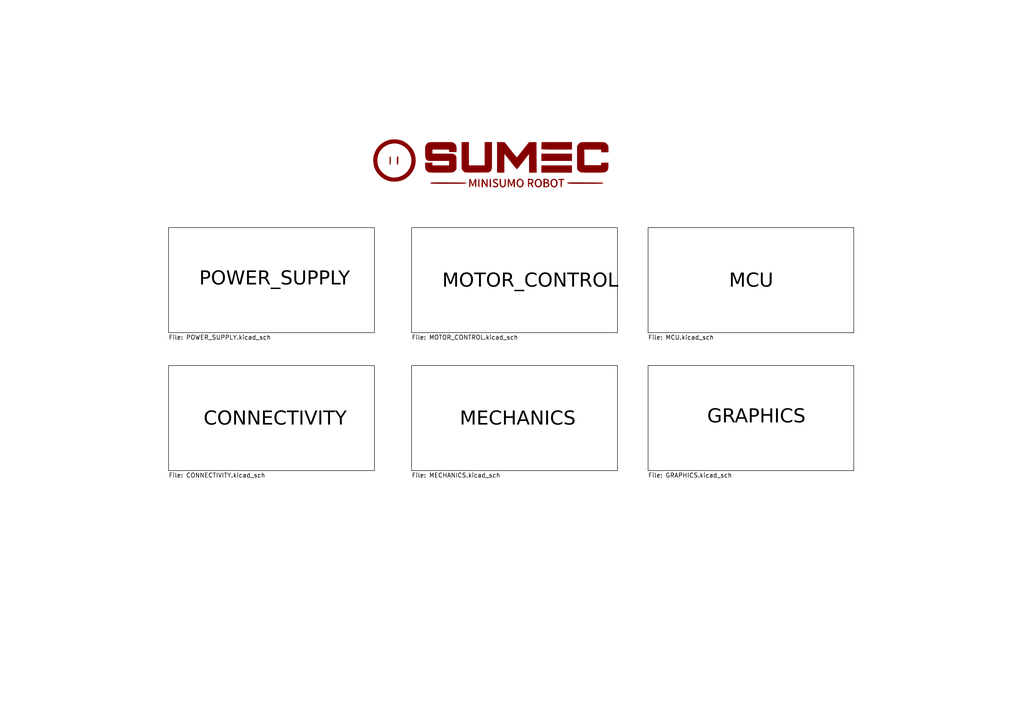
<source format=kicad_sch>
(kicad_sch (version 20250114) (generator "eeschema") (generator_version "9.0")
  (paper "A4")
  (title_block (title "SUMEC_MK_IV") (date "2024-08-05") (rev "v3.0.9") (company "SPS NA PROSEKU") (comment 1 "Made in Prague, Czech Republic") (comment 2 "CONTACT: Savva Popov, savva.popov.sp@gmail.com, +420 605 570 366") (comment 3 "Made by bismarx-v1") (comment 4 "SUMEC MK IV aka SMD-V3 board"))
  (lib_symbols
    (symbol "sumec_sch_lib:LOGO SMALL" (pin_names (offset 1.016))
      (symbol "LOGO SMALL_0_0"
        (polyline (pts (xy -27.7929 0.5106) (xy -27.7475 0.5542) (xy -27.7167 0.67) (xy -27.6979 0.8822) (xy -27.6886 1.2153) (xy -27.686 1.6933) (xy -27.6863 1.8811) (xy -27.691 2.3049) (xy -27.7034 2.5923) (xy -27.7261 2.7676) (xy -27.7618 2.8549) (xy -27.813 2.8786) (xy -27.8331 2.876) (xy -27.8785 2.8325) (xy -27.9093 2.7167) (xy -27.9281 2.5044) (xy -27.9375 2.1714) (xy -27.94 1.6933) (xy -27.9397 1.5055) (xy -27.9351 1.0817) (xy -27.9227 0.7943) (xy -27.8999 0.6191) (xy -27.8642 0.5317) (xy -27.813 0.508) (xy -27.7929 0.5106)) (stroke (width 0.01)) (fill (type outline)))
        (polyline (pts (xy -25.81 -4.3389) (xy -24.9594 -4.1801) (xy -24.1769 -3.9211) (xy -24.0688 -3.8743) (xy -23.2148 -3.4069) (xy -22.4547 -2.8149) (xy -21.7992 -2.1165) (xy -21.2591 -1.3299) (xy -20.8453 -0.4733) (xy -20.5684 0.4352) (xy -20.4392 1.3774) (xy -20.4686 2.335) (xy -20.5659 2.9603) (xy -20.7979 3.8081) (xy -21.1477 4.5769) (xy -21.632 5.3007) (xy -22.2673 6.0136) (xy -22.8916 6.5708) (xy -23.7102 7.1141) (xy -24.5872 7.4996) (xy -25.5293 7.73) (xy -26.543 7.8081) (xy -26.7382 7.8064) (xy -27.5889 7.7371) (xy -28.3734 7.5564) (xy -29.1524 7.2517) (xy -29.5748 7.0348) (xy -30.4048 6.4737) (xy -31.1243 5.7905) (xy -31.7236 4.9972) (xy -32.1933 4.1055) (xy -32.5235 3.1271) (xy -32.5617 2.9711) (xy -32.6303 2.6284) (xy -32.666 2.2998) (xy -32.6736 1.9244) (xy -32.6688 1.778) (xy -31.5314 1.778) (xy -31.5274 1.9993) (xy -31.475 2.6502) (xy -31.3493 3.2205) (xy -31.1328 3.7724) (xy -30.8083 4.3681) (xy -30.3792 4.9565) (xy -29.774 5.5386) (xy -29.0677 6.0177) (xy -28.2872 6.3787) (xy -27.4592 6.6069) (xy -26.6107 6.6874) (xy -26.1503 6.6728) (xy -25.5745 6.5927) (xy -25.0112 6.4286) (xy -24.3926 6.1645) (xy -24.3205 6.1293) (xy -23.5771 5.6697) (xy -22.9417 5.0964) (xy -22.4211 4.4292) (xy -22.0223 3.6879) (xy -21.7522 2.8924) (xy -21.6177 2.0626) (xy -21.6256 1.2184) (xy -21.783 0.3795) (xy -22.0967 -0.4341) (xy -22.3646 -0.9153) (xy -22.919 -1.6525) (xy -23.5826 -2.2612) (xy -24.3514 -2.7382) (xy -25.2216 -3.0799) (xy -25.5377 -3.1522) (xy -25.9787 -3.2163) (xy -26.4493 -3.2573) (xy -26.8848 -3.2697) (xy -27.2203 -3.2481) (xy -27.8483 -3.1125) (xy -28.702 -2.791) (xy -29.4801 -2.332) (xy -30.1619 -1.7483) (xy -30.7269 -1.0528) (xy -30.9205 -0.7477) (xy -31.2138 -0.1758) (xy -31.4037 0.4019) (xy -31.5048 1.0362) (xy -31.5314 1.778) (xy -32.6688 1.778) (xy -32.6578 1.4415) (xy -32.5776 0.6217) (xy -32.3707 -0.2585) (xy -32.031 -1.0617) (xy -31.5465 -1.8159) (xy -30.9049 -2.5485) (xy -30.7688 -2.6833) (xy -30.0989 -3.2625) (xy -29.4117 -3.7049) (xy -28.6642 -4.0346) (xy -27.813 -4.2757) (xy -27.4945 -4.3343) (xy -26.6734 -4.3921) (xy -25.81 -4.3389)) (stroke (width 0.01)) (fill (type outline)))
        (polyline (pts (xy -25.6355 0.5376) (xy -25.5867 0.5925) (xy -25.553 0.7115) (xy -25.5303 0.9207) (xy -25.5151 1.2466) (xy -25.5035 1.7155) (xy -25.5016 1.8092) (xy -25.4945 2.2456) (xy -25.4958 2.5436) (xy -25.5088 2.7297) (xy -25.5368 2.83) (xy -25.5833 2.8709) (xy -25.6516 2.8786) (xy -25.6681 2.8784) (xy -25.7311 2.8651) (xy -25.7743 2.8123) (xy -25.8014 2.6941) (xy -25.8161 2.4844) (xy -25.8222 2.1575) (xy -25.8233 1.6871) (xy -25.822 1.2475) (xy -25.8156 0.9099) (xy -25.8009 0.6938) (xy -25.7747 0.574) (xy -25.7338 0.5258) (xy -25.6752 0.524) (xy -25.6355 0.5376)) (stroke (width 0.01)) (fill (type outline)))
        (polyline (pts (xy -11.9423 -1.7761) (xy -11.3178 -1.7742) (xy -10.8202 -1.7698) (xy -10.432 -1.7621) (xy -10.1356 -1.7502) (xy -9.9136 -1.7333) (xy -9.7485 -1.7105) (xy -9.6227 -1.681) (xy -9.5187 -1.6439) (xy -9.4192 -1.5984) (xy -9.1053 -1.3892) (xy -8.8209 -1.0755) (xy -8.5937 -0.7323) (xy -8.5937 1.0245) (xy -8.5937 1.1807) (xy -8.5965 1.7788) (xy -8.6082 2.2378) (xy -8.6353 2.5823) (xy -8.6843 2.8369) (xy -8.7616 3.0264) (xy -8.8737 3.1753) (xy -9.0269 3.3083) (xy -9.2278 3.4501) (xy -9.2496 3.4649) (xy -9.3257 3.5121) (xy -9.4106 3.55) (xy -9.5219 3.5797) (xy -9.6776 3.602) (xy -9.8956 3.6181) (xy -10.1935 3.6289) (xy -10.5894 3.6356) (xy -11.1011 3.6391) (xy -11.7464 3.6404) (xy -12.5432 3.6406) (xy -15.5787 3.6406) (xy -15.5787 4.2756) (xy -15.5787 4.9106) (xy -13.1282 4.9106) (xy -10.6778 4.9106) (xy -10.6517 4.5508) (xy -10.6257 4.191) (xy -9.6097 4.191) (xy -8.5937 4.191) (xy -8.5688 4.9098) (xy -8.5821 5.422) (xy -8.6989 5.9854) (xy -8.9296 6.4253) (xy -9.2754 6.7437) (xy -9.7374 6.9428) (xy -9.9119 6.9683) (xy -10.2637 6.9899) (xy -10.7815 7.0049) (xy -11.4639 7.0132) (xy -12.3092 7.0149) (xy -13.3157 7.0099) (xy -13.8834 7.0055) (xy -14.6053 6.9992) (xy -15.1868 6.9923) (xy -15.6453 6.9839) (xy -15.9982 6.9726) (xy -16.2629 6.9576) (xy -16.4567 6.9377) (xy -16.5969 6.9118) (xy -16.7011 6.8787) (xy -16.7865 6.8376) (xy -16.8706 6.7871) (xy -16.9519 6.7301) (xy -17.1994 6.4961) (xy -17.3998 6.2293) (xy -17.4393 6.1609) (xy -17.5013 6.0382) (xy -17.5462 5.9069) (xy -17.5768 5.7402) (xy -17.5957 5.5113) (xy -17.6058 5.1934) (xy -17.6097 4.7598) (xy -17.6104 4.1835) (xy -17.6085 3.6711) (xy -17.5975 3.1396) (xy -17.5712 2.7349) (xy -17.5236 2.4332) (xy -17.4485 2.2106) (xy -17.3399 2.043) (xy -17.1916 1.9066) (xy -16.9976 1.7775) (xy -16.9351 1.742) (xy -16.8468 1.7045) (xy -16.7322 1.6747) (xy -16.5737 1.6519) (xy -16.3531 1.635) (xy -16.0528 1.6233) (xy -15.6547 1.6157) (xy -15.1409 1.6114) (xy -14.4936 1.6095) (xy -13.6948 1.609) (xy -10.668 1.6086) (xy -10.668 0.9313) (xy -10.668 0.254) (xy -13.1233 0.254) (xy -15.5787 0.254) (xy -15.5787 0.635) (xy -15.5787 1.016) (xy -16.6022 1.016) (xy -17.6257 1.016) (xy -17.597 0.0989) (xy -17.5931 -0.0223) (xy -17.5763 -0.3974) (xy -17.5502 -0.6552) (xy -17.5055 -0.837) (xy -17.4332 -0.9842) (xy -17.3242 -1.138) (xy -17.2666 -1.2071) (xy -17.0078 -1.443) (xy -16.7315 -1.616) (xy -16.6456 -1.6515) (xy -16.5338 -1.6854) (xy -16.3916 -1.7124) (xy -16.2017 -1.7335) (xy -15.9467 -1.7493) (xy -15.6091 -1.7606) (xy -15.1717 -1.7681) (xy -14.617 -1.7728) (xy -13.9278 -1.7752) (xy -13.0866 -1.7762) (xy -12.7111 -1.7763) (xy -11.9423 -1.7761)) (stroke (width 0.01)) (fill (type outline)))
        (polyline (pts (xy -10.1002 -4.9952) (xy -9.154 -4.9946) (xy -8.3555 -4.9929) (xy -7.6924 -4.99) (xy -7.1521 -4.9855) (xy -6.7225 -4.979) (xy -6.3911 -4.97) (xy -6.1456 -4.9584) (xy -5.9736 -4.9437) (xy -5.8627 -4.9256) (xy -5.8007 -4.9037) (xy -5.775 -4.8777) (xy -5.7735 -4.8472) (xy -5.7801 -4.8276) (xy -5.8074 -4.7997) (xy -5.8662 -4.776) (xy -5.9691 -4.756) (xy -6.1286 -4.7394) (xy -6.3571 -4.7257) (xy -6.6673 -4.7145) (xy -7.0717 -4.7055) (xy -7.5827 -4.6981) (xy -8.213 -4.692) (xy -8.975 -4.6867) (xy -9.8813 -4.6819) (xy -10.9443 -4.6772) (xy -11.3733 -4.6754) (xy -12.3716 -4.6714) (xy -13.2179 -4.6686) (xy -13.9249 -4.6675) (xy -14.5049 -4.6684) (xy -14.9707 -4.6716) (xy -15.3347 -4.6775) (xy -15.6095 -4.6865) (xy -15.8075 -4.699) (xy -15.9415 -4.7152) (xy -16.0238 -4.7356) (xy -16.0671 -4.7605) (xy -16.0839 -4.7903) (xy -16.0867 -4.8254) (xy -16.0864 -4.8402) (xy -16.0793 -4.873) (xy -16.0529 -4.9008) (xy -15.9948 -4.9241) (xy -15.8924 -4.9432) (xy -15.7332 -4.9585) (xy -15.5048 -4.9705) (xy -15.1947 -4.9796) (xy -14.7902 -4.9861) (xy -14.2789 -4.9905) (xy -13.6484 -4.9933) (xy -12.886 -4.9947) (xy -11.9793 -4.9953) (xy -10.9158 -4.9954) (xy -10.1002 -4.9952)) (stroke (width 0.01)) (fill (type outline)))
        (polyline (pts (xy -3.4592 -1.759) (xy -2.5757 -1.755) (xy 0.733 -1.7357) (xy 1.0511 -1.493) (xy 1.1577 -1.4127) (xy 1.2861 -1.3125) (xy 1.3922 -1.2129) (xy 1.4781 -1.0982) (xy 1.5458 -0.9532) (xy 1.5977 -0.7623) (xy 1.6357 -0.5102) (xy 1.662 -0.1814) (xy 1.6788 0.2396) (xy 1.6881 0.7682) (xy 1.6922 1.4198) (xy 1.6931 2.2099) (xy 1.693 3.1538) (xy 1.6933 7.0273) (xy 0.6773 7.0273) (xy -0.3387 7.0273) (xy -0.3387 3.6406) (xy -0.3387 0.254) (xy -2.667 0.254) (xy -4.9953 0.254) (xy -4.9953 3.6433) (xy -4.9953 7.0325) (xy -6.0325 7.0088) (xy -7.0697 6.985) (xy -7.0697 3.2596) (xy -7.0691 2.7413) (xy -7.0658 1.983) (xy -7.0601 1.2829) (xy -7.0522 0.6595) (xy -7.0425 0.1312) (xy -7.0311 -0.2833) (xy -7.0185 -0.5655) (xy -7.005 -0.697) (xy -6.892 -0.936) (xy -6.6718 -1.228) (xy -6.4035 -1.4895) (xy -6.1399 -1.6615) (xy -6.1326 -1.6646) (xy -6.0245 -1.6939) (xy -5.8495 -1.7173) (xy -5.5931 -1.7351) (xy -5.2404 -1.7478) (xy -4.777 -1.7558) (xy -4.1881 -1.7594) (xy -3.4592 -1.759)) (stroke (width 0.01)) (fill (type outline)))
        (polyline (pts (xy -2.9873 -6.0096) (xy -2.9415 -5.9679) (xy -2.9103 -5.8527) (xy -2.8911 -5.6399) (xy -2.8814 -5.3056) (xy -2.8787 -4.826) (xy -2.8787 -4.8031) (xy -2.8803 -4.3399) (xy -2.8873 -4.0191) (xy -2.9032 -3.8147) (xy -2.9315 -3.7007) (xy -2.9757 -3.6514) (xy -3.0394 -3.6407) (xy -3.0993 -3.6543) (xy -3.1959 -3.7481) (xy -3.3025 -3.9535) (xy -3.4351 -4.2969) (xy -3.4607 -4.3685) (xy -3.58 -4.7017) (xy -3.6816 -4.9854) (xy -3.7459 -5.1647) (xy -3.7883 -5.2642) (xy -3.8337 -5.2998) (xy -3.8903 -5.2463) (xy -3.9693 -5.0858) (xy -4.0815 -4.8008) (xy -4.2382 -4.3735) (xy -4.3634 -4.0445) (xy -4.4759 -3.8031) (xy -4.5714 -3.677) (xy -4.6647 -3.6407) (xy -4.6685 -3.6407) (xy -4.7313 -3.6526) (xy -4.7748 -3.7042) (xy -4.8025 -3.8214) (xy -4.8179 -4.0301) (xy -4.8246 -4.3564) (xy -4.826 -4.826) (xy -4.8257 -5.0138) (xy -4.8211 -5.4376) (xy -4.8087 -5.725) (xy -4.7859 -5.9003) (xy -4.7502 -5.9876) (xy -4.699 -6.0114) (xy -4.6572 -5.9988) (xy -4.6143 -5.9249) (xy -4.5874 -5.7613) (xy -4.5729 -5.4815) (xy -4.5672 -5.0589) (xy -4.5624 -4.1064) (xy -4.261 -4.9319) (xy -4.1633 -5.1861) (xy -4.0347 -5.4811) (xy -3.9278 -5.6827) (xy -3.8588 -5.7574) (xy -3.8148 -5.7191) (xy -3.7186 -5.5508) (xy -3.5971 -5.2793) (xy -3.4666 -4.9383) (xy -3.175 -4.1193) (xy -3.1511 -5.0653) (xy -3.1436 -5.315) (xy -3.1258 -5.6581) (xy -3.099 -5.8715) (xy -3.0594 -5.9806) (xy -3.0029 -6.0114) (xy -2.9873 -6.0096)) (stroke (width 0.01)) (fill (type outline)))
        (polyline (pts (xy -2.0542 -6.0087) (xy -2.0088 -5.9652) (xy -1.978 -5.8494) (xy -1.9593 -5.6371) (xy -1.9499 -5.3041) (xy -1.9473 -4.826) (xy -1.9476 -4.6382) (xy -1.9523 -4.2144) (xy -1.9647 -3.927) (xy -1.9874 -3.7518) (xy -2.0231 -3.6644) (xy -2.0743 -3.6407) (xy -2.0945 -3.6433) (xy -2.1399 -3.6869) (xy -2.1707 -3.8027) (xy -2.1894 -4.0149) (xy -2.1988 -4.348) (xy -2.2013 -4.826) (xy -2.2011 -5.0138) (xy -2.1964 -5.4376) (xy -2.184 -5.725) (xy -2.1613 -5.9003) (xy -2.1256 -5.9876) (xy -2.0743 -6.0114) (xy -2.0542 -6.0087)) (stroke (width 0.01)) (fill (type outline)))
        (polyline (pts (xy -1.0433 -6.0094) (xy -0.9819 -5.9852) (xy -0.9461 -5.9091) (xy -0.931 -5.7518) (xy -0.9321 -5.4841) (xy -0.9446 -5.0765) (xy -0.9465 -5.0228) (xy -0.9584 -4.6495) (xy -0.9557 -4.4058) (xy -0.9269 -4.2943) (xy -0.86 -4.318) (xy -0.7433 -4.4796) (xy -0.5652 -4.7821) (xy -0.3137 -5.2282) (xy -0.2733 -5.2994) (xy -0.0315 -5.6947) (xy 0.1514 -5.9321) (xy 0.2752 -6.0113) (xy 0.3255 -6.002) (xy 0.3692 -5.9517) (xy 0.3977 -5.8346) (xy 0.4141 -5.625) (xy 0.4215 -5.2974) (xy 0.4233 -4.826) (xy 0.4231 -4.6774) (xy 0.4188 -4.2404) (xy 0.4067 -3.9422) (xy 0.3844 -3.7587) (xy 0.3494 -3.6662) (xy 0.2991 -3.6407) (xy 0.2672 -3.6485) (xy 0.2198 -3.7172) (xy 0.1874 -3.8781) (xy 0.1658 -4.157) (xy 0.1509 -4.5794) (xy 0.127 -5.5182) (xy -0.4107 -4.5748) (xy -0.5047 -4.411) (xy -0.7482 -4.0054) (xy -0.9305 -3.7508) (xy -1.0608 -3.6501) (xy -1.1487 -3.7065) (xy -1.2034 -3.9229) (xy -1.2345 -4.3025) (xy -1.2512 -4.8482) (xy -1.2542 -4.9974) (xy -1.2608 -5.417) (xy -1.2589 -5.7012) (xy -1.2447 -5.8764) (xy -1.2149 -5.969) (xy -1.1657 -6.0051) (xy -1.0937 -6.0114) (xy -1.0433 -6.0094)) (stroke (width 0.01)) (fill (type outline)))
        (polyline (pts (xy 1.2862 -6.0112) (xy 1.3504 -5.9995) (xy 1.3934 -5.95) (xy 1.4186 -5.8364) (xy 1.4292 -5.6325) (xy 1.4288 -5.3118) (xy 1.4205 -4.8482) (xy 1.4135 -4.5376) (xy 1.4001 -4.161) (xy 1.3807 -3.9109) (xy 1.3515 -3.7611) (xy 1.3088 -3.6851) (xy 1.2488 -3.6567) (xy 1.1941 -3.657) (xy 1.152 -3.7006) (xy 1.1248 -3.8138) (xy 1.1092 -4.0214) (xy 1.1023 -4.3484) (xy 1.1007 -4.8198) (xy 1.1007 -4.9338) (xy 1.1026 -5.3713) (xy 1.1102 -5.671) (xy 1.1273 -5.8588) (xy 1.1575 -5.9609) (xy 1.2046 -6.0031) (xy 1.2724 -6.0114) (xy 1.2862 -6.0112)) (stroke (width 0.01)) (fill (type outline)))
        (polyline (pts (xy 3.0887 -5.9946) (xy 3.3655 -5.7978) (xy 3.4325 -5.7126) (xy 3.5456 -5.4386) (xy 3.4903 -5.1782) (xy 3.2666 -4.9311) (xy 2.8741 -4.6969) (xy 2.8571 -4.6887) (xy 2.5415 -4.5189) (xy 2.3689 -4.372) (xy 2.3207 -4.2237) (xy 2.3783 -4.0497) (xy 2.424 -3.981) (xy 2.5525 -3.9105) (xy 2.7802 -3.9151) (xy 2.8061 -3.9184) (xy 3.0552 -3.963) (xy 3.2385 -4.017) (xy 3.3439 -4.0391) (xy 3.3867 -3.9491) (xy 3.3625 -3.8549) (xy 3.2188 -3.727) (xy 2.9863 -3.655) (xy 2.7122 -3.6439) (xy 2.4437 -3.6988) (xy 2.2279 -3.8248) (xy 2.1552 -3.9022) (xy 2.0283 -4.1638) (xy 2.0577 -4.4278) (xy 2.2361 -4.6708) (xy 2.556 -4.8691) (xy 2.7211 -4.9443) (xy 3.0124 -5.1142) (xy 3.17 -5.2843) (xy 3.2173 -5.4762) (xy 3.1785 -5.6212) (xy 3.019 -5.7602) (xy 2.7771 -5.8118) (xy 2.4977 -5.7584) (xy 2.2242 -5.6553) (xy 2.0492 -5.6077) (xy 1.9675 -5.6225) (xy 1.9473 -5.6961) (xy 1.9548 -5.7269) (xy 2.065 -5.8455) (xy 2.2648 -5.9596) (xy 2.3458 -5.9912) (xy 2.7359 -6.0609) (xy 3.0887 -5.9946)) (stroke (width 0.01)) (fill (type outline)))
        (polyline (pts (xy 5.2164 -5.9881) (xy 5.4822 -5.7978) (xy 5.5062 -5.7695) (xy 5.5816 -5.6591) (xy 5.6301 -5.5241) (xy 5.6576 -5.3283) (xy 5.6699 -5.0355) (xy 5.6727 -4.6096) (xy 5.6707 -4.2692) (xy 5.6606 -3.9546) (xy 5.6387 -3.7626) (xy 5.6015 -3.6668) (xy 5.5457 -3.6407) (xy 5.5116 -3.648) (xy 5.4651 -3.7111) (xy 5.4367 -3.8615) (xy 5.4225 -4.1266) (xy 5.4187 -4.5335) (xy 5.4185 -4.6573) (xy 5.4141 -5.0203) (xy 5.3977 -5.2623) (xy 5.3619 -5.4213) (xy 5.2994 -5.5353) (xy 5.2027 -5.6423) (xy 5.1425 -5.6994) (xy 4.9584 -5.8096) (xy 4.7582 -5.8032) (xy 4.6729 -5.7794) (xy 4.5183 -5.7017) (xy 4.4156 -5.5689) (xy 4.3547 -5.3527) (xy 4.3255 -5.0245) (xy 4.318 -4.5558) (xy 4.3178 -4.4046) (xy 4.3139 -4.0509) (xy 4.3004 -3.8271) (xy 4.2721 -3.7039) (xy 4.2233 -3.6516) (xy 4.1487 -3.6407) (xy 4.1463 -3.6407) (xy 4.0692 -3.6533) (xy 4.0203 -3.7111) (xy 3.9933 -3.8452) (xy 3.9818 -4.0866) (xy 3.9794 -4.4662) (xy 3.9817 -4.6601) (xy 4.0206 -5.1746) (xy 4.113 -5.5538) (xy 4.2663 -5.8191) (xy 4.4873 -5.9919) (xy 4.5581 -6.0232) (xy 4.8847 -6.0678) (xy 5.2164 -5.9881)) (stroke (width 0.01)) (fill (type outline)))
        (polyline (pts (xy 5.2493 0.9313) (xy 5.25 1.3141) (xy 5.2545 1.9415) (xy 5.2627 2.4997) (xy 5.274 2.9688) (xy 5.2879 3.3287) (xy 5.3038 3.5593) (xy 5.3213 3.6407) (xy 5.3616 3.6053) (xy 5.4975 3.4522) (xy 5.7152 3.1921) (xy 6.0023 2.8404) (xy 6.3461 2.4127) (xy 6.7341 1.9244) (xy 7.1536 1.3908) (xy 7.5921 0.8322) (xy 8.0003 0.3181) (xy 8.3244 -0.0816) (xy 8.5739 -0.3779) (xy 8.7583 -0.5816) (xy 8.8872 -0.7037) (xy 8.9702 -0.7552) (xy 9.0167 -0.747) (xy 9.0475 -0.7103) (xy 9.1761 -0.5502) (xy 9.388 -0.2829) (xy 9.6701 0.0748) (xy 10.0089 0.506) (xy 10.3913 0.9939) (xy 10.8039 1.5216) (xy 12.4883 3.6783) (xy 12.5107 0.9501) (xy 12.533 -1.778) (xy 13.5909 -1.778) (xy 14.6488 -1.778) (xy 14.6269 2.6035) (xy 14.605 6.985) (xy 13.538 6.985) (xy 12.4709 6.985) (xy 10.744 4.7893) (xy 10.468 4.4395) (xy 10.07 3.9391) (xy 9.7116 3.4932) (xy 9.4058 3.1175) (xy 9.1653 2.828) (xy 9.0032 2.6404) (xy 8.9323 2.5706) (xy 8.8935 2.5981) (xy 8.7585 2.7409) (xy 8.5416 2.9916) (xy 8.2554 3.3348) (xy 7.9128 3.7552) (xy 7.5266 4.2375) (xy 7.1094 4.7662) (xy 5.3711 6.985) (xy 4.2942 7.0087) (xy 3.2173 7.0324) (xy 3.2173 2.6272) (xy 3.2173 -1.778) (xy 4.2333 -1.778) (xy 5.2493 -1.778) (xy 5.2493 0.9313)) (stroke (width 0.01)) (fill (type outline)))
        (polyline (pts (xy 8.2291 -6.0111) (xy 8.2942 -5.9989) (xy 8.3374 -5.9491) (xy 8.3624 -5.8353) (xy 8.3726 -5.6313) (xy 8.3716 -5.3107) (xy 8.3632 -4.8472) (xy 8.3628 -4.8263) (xy 8.3519 -4.3673) (xy 8.3382 -4.0498) (xy 8.3174 -3.847) (xy 8.2849 -3.732) (xy 8.2363 -3.6781) (xy 8.1673 -3.6583) (xy 8.101 -3.6608) (xy 8.0229 -3.7158) (xy 7.9402 -3.8538) (xy 7.8381 -4.101) (xy 7.7017 -4.4838) (xy 7.604 -4.7598) (xy 7.4921 -5.0568) (xy 7.4073 -5.2592) (xy 7.3629 -5.334) (xy 7.334 -5.2931) (xy 7.256 -5.1226) (xy 7.1462 -4.8499) (xy 7.0183 -4.5085) (xy 6.9653 -4.364) (xy 6.8314 -4.0249) (xy 6.7253 -3.8119) (xy 6.6315 -3.698) (xy 6.5345 -3.656) (xy 6.5015 -3.6516) (xy 6.4384 -3.6564) (xy 6.3958 -3.7032) (xy 6.3697 -3.8175) (xy 6.3561 -4.0248) (xy 6.3508 -4.3505) (xy 6.35 -4.8201) (xy 6.3503 -5.016) (xy 6.355 -5.4389) (xy 6.3675 -5.7256) (xy 6.3902 -5.9005) (xy 6.4259 -5.9877) (xy 6.477 -6.0114) (xy 6.5241 -5.9941) (xy 6.5644 -5.9124) (xy 6.5896 -5.7396) (xy 6.6031 -5.4497) (xy 6.6084 -5.0165) (xy 6.6128 -4.0217) (xy 6.9084 -4.8255) (xy 6.9946 -5.0539) (xy 7.1214 -5.3693) (xy 7.2248 -5.6021) (xy 7.2885 -5.7138) (xy 7.3117 -5.7339) (xy 7.3718 -5.7458) (xy 7.4382 -5.68) (xy 7.5225 -5.5157) (xy 7.6363 -5.2321) (xy 7.791 -4.8084) (xy 7.8572 -4.6252) (xy 7.9642 -4.3368) (xy 8.0419 -4.138) (xy 8.0769 -4.064) (xy 8.0815 -4.1344) (xy 8.08 -4.3423) (xy 8.0724 -4.6545) (xy 8.0593 -5.0377) (xy 8.0474 -5.3627) (xy 8.0408 -5.6729) (xy 8.049 -5.8641) (xy 8.0761 -5.9651) (xy 8.1265 -6.0046) (xy 8.2044 -6.0114) (xy 8.2291 -6.0111)) (stroke (width 0.01)) (fill (type outline)))
        (polyline (pts (xy 10.0236 -6.0697) (xy 10.2841 -5.9757) (xy 10.4231 -5.8989) (xy 10.6719 -5.6361) (xy 10.8344 -5.2757) (xy 10.8961 -4.8577) (xy 10.8426 -4.4223) (xy 10.7056 -4.1081) (xy 10.46 -3.8397) (xy 10.154 -3.6793) (xy 9.8217 -3.6309) (xy 9.4972 -3.6986) (xy 9.2146 -3.8868) (xy 9.008 -4.1994) (xy 8.9138 -4.5194) (xy 8.9048 -4.7307) (xy 9.1835 -4.7307) (xy 9.2399 -4.4159) (xy 9.3724 -4.149) (xy 9.5821 -3.9639) (xy 9.8698 -3.8947) (xy 9.9512 -3.8983) (xy 10.2539 -3.9997) (xy 10.4597 -4.2332) (xy 10.5635 -4.59) (xy 10.5598 -5.0611) (xy 10.5507 -5.1307) (xy 10.4634 -5.4329) (xy 10.2906 -5.6487) (xy 10.2744 -5.6623) (xy 10.0812 -5.7879) (xy 9.9224 -5.8363) (xy 9.7018 -5.7896) (xy 9.4625 -5.6229) (xy 9.2958 -5.3682) (xy 9.2025 -5.0595) (xy 9.1835 -4.7307) (xy 8.9048 -4.7307) (xy 8.895 -4.9587) (xy 8.9908 -5.3699) (xy 9.1903 -5.7129) (xy 9.4827 -5.9477) (xy 9.609 -6.0085) (xy 9.8269 -6.0816) (xy 10.0236 -6.0697)) (stroke (width 0.01)) (fill (type outline)))
        (polyline (pts (xy 13.637 -6.0113) (xy 13.713 -5.9958) (xy 13.7222 -5.9302) (xy 13.6565 -5.7834) (xy 13.508 -5.5245) (xy 13.2197 -5.0377) (xy 13.4678 -4.841) (xy 13.5417 -4.7783) (xy 13.6797 -4.5859) (xy 13.716 -4.325) (xy 13.7135 -4.2416) (xy 13.6511 -3.983) (xy 13.489 -3.8093) (xy 13.2053 -3.7051) (xy 12.7784 -3.6547) (xy 12.192 -3.6216) (xy 12.192 -3.8947) (xy 12.446 -3.8947) (xy 12.8209 -3.8947) (xy 13.0472 -3.9175) (xy 13.305 -4.0252) (xy 13.4491 -4.1928) (xy 13.469 -4.3883) (xy 13.3544 -4.5801) (xy 13.0949 -4.7361) (xy 12.924 -4.7904) (xy 12.6639 -4.8228) (xy 12.5024 -4.7696) (xy 12.4842 -4.7294) (xy 12.4568 -4.5547) (xy 12.446 -4.3039) (xy 12.446 -3.8947) (xy 12.192 -3.8947) (xy 12.192 -4.8165) (xy 12.1923 -5.0173) (xy 12.1971 -5.4396) (xy 12.2096 -5.726) (xy 12.2323 -5.9007) (xy 12.2679 -5.9877) (xy 12.319 -6.0114) (xy 12.3363 -6.0101) (xy 12.4025 -5.9547) (xy 12.4364 -5.7945) (xy 12.446 -5.4977) (xy 12.446 -5.4227) (xy 12.4519 -5.172) (xy 12.4802 -5.0449) (xy 12.5483 -5.0037) (xy 12.6739 -5.0109) (xy 12.6986 -5.0145) (xy 12.8507 -5.0798) (xy 13.0026 -5.2393) (xy 13.1857 -5.5245) (xy 13.2886 -5.6912) (xy 13.4805 -5.9317) (xy 13.6329 -6.0114) (xy 13.637 -6.0113)) (stroke (width 0.01)) (fill (type outline)))
        (polyline (pts (xy 15.3672 -6.0448) (xy 15.6848 -5.9029) (xy 15.9399 -5.6405) (xy 16.1097 -5.2753) (xy 16.1713 -4.8254) (xy 16.1649 -4.6815) (xy 16.0608 -4.2609) (xy 15.8446 -3.9318) (xy 15.5362 -3.7173) (xy 15.1553 -3.6407) (xy 14.8789 -3.6747) (xy 14.5453 -3.8468) (xy 14.3019 -4.162) (xy 14.1744 -4.5244) (xy 14.1534 -4.8439) (xy 14.478 -4.8439) (xy 14.5112 -4.4454) (xy 14.6306 -4.1334) (xy 14.8431 -3.9528) (xy 15.1553 -3.8947) (xy 15.4397 -3.9412) (xy 15.6623 -4.1085) (xy 15.7912 -4.4064) (xy 15.8327 -4.8439) (xy 15.83 -5.0254) (xy 15.8026 -5.2619) (xy 15.7282 -5.43) (xy 15.5852 -5.5945) (xy 15.5347 -5.6416) (xy 15.3294 -5.7845) (xy 15.1553 -5.842) (xy 15.1161 -5.8375) (xy 14.926 -5.7527) (xy 14.7255 -5.5945) (xy 14.6375 -5.5011) (xy 14.5346 -5.3427) (xy 14.4886 -5.1453) (xy 14.478 -4.8439) (xy 14.1534 -4.8439) (xy 14.146 -4.9567) (xy 14.2359 -5.3653) (xy 14.4344 -5.7101) (xy 14.732 -5.9512) (xy 15.0097 -6.0485) (xy 15.3672 -6.0448)) (stroke (width 0.01)) (fill (type outline)))
        (polyline (pts (xy 17.5898 -5.996) (xy 17.9282 -5.9259) (xy 18.1537 -5.7888) (xy 18.2941 -5.5732) (xy 18.3087 -5.5347) (xy 18.3372 -5.2476) (xy 18.238 -4.9988) (xy 18.0298 -4.841) (xy 17.855 -4.7764) (xy 18.0291 -4.6187) (xy 18.0573 -4.5911) (xy 18.184 -4.3494) (xy 18.1742 -4.0801) (xy 18.0278 -3.8467) (xy 17.9086 -3.7691) (xy 17.6536 -3.695) (xy 17.2658 -3.6547) (xy 16.6793 -3.6216) (xy 16.6793 -4.6567) (xy 17.018 -4.6567) (xy 17.018 -4.2757) (xy 17.018 -3.8947) (xy 17.3506 -3.8947) (xy 17.4797 -3.9023) (xy 17.7475 -3.9835) (xy 17.9061 -4.132) (xy 17.9356 -4.321) (xy 17.8163 -4.5236) (xy 17.8031 -4.5356) (xy 17.6126 -4.6223) (xy 17.3506 -4.6567) (xy 17.018 -4.6567) (xy 16.6793 -4.6567) (xy 16.6793 -4.8165) (xy 16.6793 -5.865) (xy 17.018 -5.865) (xy 17.018 -5.3879) (xy 17.018 -4.9107) (xy 17.3622 -4.9107) (xy 17.4727 -4.9132) (xy 17.7933 -4.9689) (xy 17.976 -5.104) (xy 18.034 -5.3266) (xy 18.0043 -5.5124) (xy 17.9196 -5.6622) (xy 17.8719 -5.6909) (xy 17.6729 -5.7591) (xy 17.4116 -5.8111) (xy 17.018 -5.865) (xy 16.6793 -5.865) (xy 16.6793 -6.0114) (xy 17.2257 -6.0114) (xy 17.5898 -5.996)) (stroke (width 0.01)) (fill (type outline)))
        (polyline (pts (xy 19.8508 -6.0679) (xy 20.1137 -5.9722) (xy 20.3718 -5.7941) (xy 20.5837 -5.4864) (xy 20.7055 -5.1041) (xy 20.7242 -4.6901) (xy 20.6266 -4.2872) (xy 20.552 -4.139) (xy 20.3035 -3.853) (xy 19.9923 -3.6832) (xy 19.6539 -3.6311) (xy 19.3236 -3.6987) (xy 19.037 -3.8875) (xy 18.8294 -4.1994) (xy 18.7352 -4.5194) (xy 18.7256 -4.743) (xy 19.0121 -4.743) (xy 19.0863 -4.3678) (xy 19.2707 -4.054) (xy 19.3739 -3.9731) (xy 19.6333 -3.8992) (xy 19.9156 -3.929) (xy 20.1485 -4.0619) (xy 20.3091 -4.3084) (xy 20.3982 -4.6603) (xy 20.3942 -5.0389) (xy 20.2983 -5.3873) (xy 20.1119 -5.6487) (xy 19.8603 -5.8086) (xy 19.6216 -5.8165) (xy 19.3598 -5.6681) (xy 19.1823 -5.4671) (xy 19.045 -5.1269) (xy 19.0121 -4.743) (xy 18.7256 -4.743) (xy 18.7164 -4.9587) (xy 18.8121 -5.3699) (xy 19.0116 -5.7129) (xy 19.304 -5.9477) (xy 19.4409 -6.0133) (xy 19.6544 -6.0824) (xy 19.8508 -6.0679)) (stroke (width 0.01)) (fill (type outline)))
        (polyline (pts (xy 21.8443 -5.9928) (xy 21.8856 -5.9052) (xy 21.9141 -5.7228) (xy 21.9335 -5.4207) (xy 21.9472 -4.9742) (xy 21.971 -3.937) (xy 22.3308 -3.911) (xy 22.406 -3.9042) (xy 22.622 -3.8529) (xy 22.6907 -3.7599) (xy 22.6849 -3.7291) (xy 22.627 -3.6834) (xy 22.4837 -3.6587) (xy 22.2272 -3.6516) (xy 21.8297 -3.6589) (xy 21.6455 -3.6652) (xy 21.2574 -3.6915) (xy 21.0236 -3.7322) (xy 20.9336 -3.7889) (xy 20.9336 -3.8261) (xy 21.0346 -3.8783) (xy 21.2866 -3.8947) (xy 21.6747 -3.8947) (xy 21.6747 -4.953) (xy 21.6774 -5.3831) (xy 21.6883 -5.6956) (xy 21.7103 -5.8877) (xy 21.7462 -5.9846) (xy 21.799 -6.0114) (xy 21.8443 -5.9928)) (stroke (width 0.01)) (fill (type outline)))
        (polyline (pts (xy 24.892 5.9697) (xy 24.892 7.0288) (xy 20.5105 7.0069) (xy 16.129 6.985) (xy 16.1048 6.0591) (xy 16.0992 5.7489) (xy 16.0997 5.4039) (xy 16.108 5.1483) (xy 16.1233 5.0219) (xy 16.1463 5.0024) (xy 16.2307 4.9799) (xy 16.3875 4.9612) (xy 16.6287 4.9459) (xy 16.9665 4.9339) (xy 17.4131 4.9247) (xy 17.9805 4.9181) (xy 18.6809 4.9138) (xy 19.5263 4.9114) (xy 20.529 4.9106) (xy 24.892 4.9106) (xy 24.892 5.9697)) (stroke (width 0.01)) (fill (type outline)))
        (polyline (pts (xy 24.892 2.6246) (xy 24.892 3.6406) (xy 20.4893 3.6406) (xy 16.0867 3.6406) (xy 16.0867 2.6246) (xy 16.0867 1.6086) (xy 20.4893 1.6086) (xy 24.892 1.6086) (xy 24.892 2.6246)) (stroke (width 0.01)) (fill (type outline)))
        (polyline (pts (xy 24.892 -0.762) (xy 24.892 0.254) (xy 20.4893 0.254) (xy 16.0867 0.254) (xy 16.0867 -0.762) (xy 16.0867 -1.778) (xy 20.4893 -1.778) (xy 24.892 -1.778) (xy 24.892 -0.762)) (stroke (width 0.01)) (fill (type outline)))
        (polyline (pts (xy 29.6084 -4.9952) (xy 30.5546 -4.9946) (xy 31.3531 -4.9929) (xy 32.0163 -4.99) (xy 32.5565 -4.9855) (xy 32.9862 -4.979) (xy 33.3175 -4.97) (xy 33.5631 -4.9584) (xy 33.7351 -4.9437) (xy 33.8459 -4.9256) (xy 33.908 -4.9037) (xy 33.9336 -4.8777) (xy 33.9352 -4.8472) (xy 33.9286 -4.8276) (xy 33.9013 -4.7997) (xy 33.8424 -4.776) (xy 33.7395 -4.756) (xy 33.5801 -4.7394) (xy 33.3515 -4.7257) (xy 33.0413 -4.7145) (xy 32.637 -4.7055) (xy 32.1259 -4.6981) (xy 31.4957 -4.692) (xy 30.7337 -4.6867) (xy 29.8274 -4.6819) (xy 28.7643 -4.6772) (xy 28.3353 -4.6754) (xy 27.3371 -4.6714) (xy 26.4907 -4.6686) (xy 25.7838 -4.6675) (xy 25.2037 -4.6684) (xy 24.738 -4.6716) (xy 24.374 -4.6775) (xy 24.0992 -4.6865) (xy 23.9011 -4.699) (xy 23.7672 -4.7152) (xy 23.6848 -4.7356) (xy 23.6416 -4.7605) (xy 23.6248 -4.7903) (xy 23.622 -4.8254) (xy 23.6223 -4.8402) (xy 23.6294 -4.873) (xy 23.6558 -4.9008) (xy 23.7139 -4.9241) (xy 23.8163 -4.9432) (xy 23.9754 -4.9585) (xy 24.2038 -4.9705) (xy 24.514 -4.9796) (xy 24.9185 -4.9861) (xy 25.4297 -4.9905) (xy 26.0603 -4.9933) (xy 26.8227 -4.9947) (xy 27.7293 -4.9953) (xy 28.7929 -4.9954) (xy 29.6084 -4.9952)) (stroke (width 0.01)) (fill (type outline)))
        (polyline (pts (xy 31.6452 -1.774) (xy 32.3625 -1.7722) (xy 32.9419 -1.7683) (xy 33.4006 -1.7615) (xy 33.7559 -1.7511) (xy 34.025 -1.7363) (xy 34.2254 -1.7165) (xy 34.3742 -1.6907) (xy 34.4888 -1.6584) (xy 34.5863 -1.6188) (xy 34.9073 -1.4335) (xy 35.1734 -1.1658) (xy 35.349 -0.8122) (xy 35.4457 -0.3481) (xy 35.4753 0.2513) (xy 35.4753 1.016) (xy 34.4642 1.016) (xy 33.4531 1.016) (xy 33.427 0.6561) (xy 33.401 0.2963) (xy 30.9457 0.2963) (xy 28.4903 0.2963) (xy 28.4678 2.6035) (xy 28.4453 4.9107) (xy 30.9443 4.9106) (xy 33.4433 4.9106) (xy 33.4433 4.5296) (xy 33.4433 4.1486) (xy 34.4593 4.1486) (xy 35.4753 4.1486) (xy 35.4753 4.9557) (xy 35.4753 4.9792) (xy 35.4601 5.4299) (xy 35.4203 5.7969) (xy 35.3604 6.0378) (xy 35.3386 6.0862) (xy 35.1087 6.4228) (xy 34.787 6.7196) (xy 34.4384 6.9145) (xy 34.4079 6.9228) (xy 34.2025 6.9488) (xy 33.8583 6.9712) (xy 33.399 6.9898) (xy 32.8482 7.0046) (xy 32.2296 7.0156) (xy 31.5668 7.0226) (xy 30.8833 7.0257) (xy 30.2029 7.0248) (xy 29.5493 7.0197) (xy 28.9459 7.0106) (xy 28.4164 6.9972) (xy 27.9846 6.9796) (xy 27.6739 6.9577) (xy 27.5081 6.9314) (xy 27.2146 6.781) (xy 26.9028 6.5259) (xy 26.6447 6.2242) (xy 26.4932 5.9282) (xy 26.4875 5.9041) (xy 26.4646 5.6941) (xy 26.447 5.3258) (xy 26.4348 4.8082) (xy 26.4282 4.1502) (xy 26.4272 3.3608) (xy 26.4322 2.449) (xy 26.4583 -0.7323) (xy 26.6967 -1.0925) (xy 26.9337 -1.371) (xy 27.2894 -1.6135) (xy 27.385 -1.6528) (xy 27.4976 -1.6865) (xy 27.6403 -1.7133) (xy 27.8306 -1.7341) (xy 28.0859 -1.7496) (xy 28.4236 -1.7605) (xy 28.861 -1.7677) (xy 29.4155 -1.7719) (xy 30.1046 -1.7738) (xy 30.9457 -1.7743) (xy 31.6452 -1.774)) (stroke (width 0.01)) (fill (type outline)))
      )
    )
  )
  (symbol (lib_id "sumec_sch_lib:LOGO SMALL") (at 140.97 48.26 0) (unit 1)
    (property "Reference" "#G1" (effects (hide yes)))
    (property "Value" "LOGO SMALL" (effects (hide yes)))
  )
  (sheet (at 187.96 66.04) (size 59.69 30.48) (stroke (width 0.1524) (color 0 0 0 1)) (fill (color 255 255 255 1.0000))
    (property "Sheetname" "MCU" (at 211.455 83.82 0) (effects (font (size 4 4)) (justify left bottom)))
    (property "Sheetfile" "MCU.kicad_sch" (at 187.96 97.1046 0) (effects (justify left top)))
  )
  (sheet (at 119.38 66.04) (size 59.69 30.48) (stroke (width 0.1524) (color 0 0 0 1)) (fill (color 255 255 255 1.0000))
    (property "Sheetname" "MOTOR_CONTROL" (at 128.27 83.82 0) (effects (font (size 4 4)) (justify left bottom)))
    (property "Sheetfile" "MOTOR_CONTROL.kicad_sch" (at 119.38 97.1046 0) (effects (justify left top)))
  )
  (sheet (at 119.38 106.045) (size 59.69 30.48) (stroke (width 0.1524) (color 0 0 0 1)) (fill (color 255 255 255 1.0000))
    (property "Sheetname" "MECHANICS" (at 133.35 123.825 0) (effects (font (size 4 4)) (justify left bottom)))
    (property "Sheetfile" "MECHANICS.kicad_sch" (at 119.38 137.1096 0) (effects (justify left top)))
  )
  (sheet (at 48.895 106.045) (size 59.69 30.48) (stroke (width 0.1524) (color 0 0 0 1)) (fill (color 255 255 255 1.0000))
    (property "Sheetname" "CONNECTIVITY" (at 59.055 123.825 0) (effects (font (size 4 4)) (justify left bottom)))
    (property "Sheetfile" "CONNECTIVITY.kicad_sch" (at 48.895 137.1096 0) (effects (justify left top)))
  )
  (sheet (at 48.895 66.04) (size 59.69 30.48) (stroke (width 0.1524) (color 0 0 0 1)) (fill (color 255 255 255 1.0000))
    (property "Sheetname" "POWER_SUPPLY" (at 57.785 83.185 0) (effects (font (size 4 4)) (justify left bottom)))
    (property "Sheetfile" "POWER_SUPPLY.kicad_sch" (at 48.895 97.1046 0) (effects (justify left top)))
  )
  (sheet (at 187.96 106.045) (size 59.69 30.48) (stroke (width 0.1524) (color 0 0 0 1)) (fill (color 255 255 255 1.0000))
    (property "Sheetname" "GRAPHICS" (at 205.105 123.19 0) (effects (font (size 4 4)) (justify left bottom)))
    (property "Sheetfile" "GRAPHICS.kicad_sch" (at 187.96 137.1096 0) (effects (justify left top)))
  )
)
</source>
